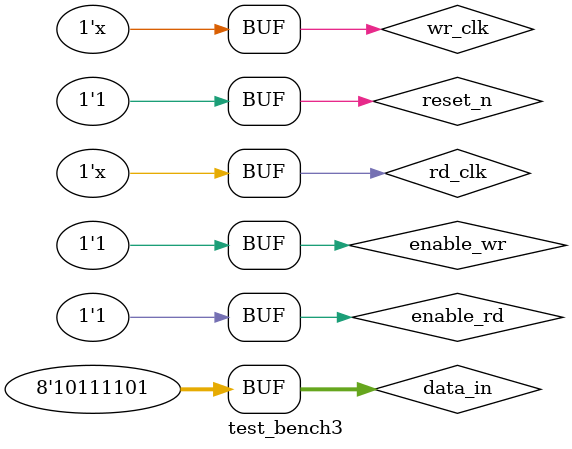
<source format=v>
`timescale 1ns / 1ps


module test_bench3;

	// Inputs
	reg wr_clk;
	reg rd_clk;
	reg [7:0] data_in;
	reg reset_n;
	reg enable_wr;
	reg enable_rd;

	// Outputs
	wire [7:0] data_out;
	wire f_empty;
	wire f_full;
	wire f_almost_full;
	wire f_almost_empty;

	// Instantiate the Unit Under Test (UUT)
	fifo_top_1 uut (
		.wr_clk(wr_clk), 
		.rd_clk(rd_clk), 
		.data_in(data_in), 
		.data_out(data_out), 
		.reset_n(reset_n), 
		.f_empty(f_empty), 
		.f_full(f_full), 
		.f_almost_full(f_almost_full), 
		.f_almost_empty(f_almost_empty), 
		.enable_wr(enable_wr), 
		.enable_rd(enable_rd)
	);
	always # 5 wr_clk = ~ wr_clk;
	always # 15.15 rd_clk = ~ rd_clk;
	

	initial begin
		// Initialize Inputs
		wr_clk = 0;
		rd_clk = 0;
		data_in = 8'b0000_1010;
		reset_n = 0;
		enable_wr = 0;
		enable_rd = 0;

		// Wait 100 ns for global reset to finish
		#20;
        
	   data_in = 8'b0000_1010;
		reset_n = 1;
		enable_wr = 0;
		enable_rd = 0;
		#20;
		
		
		data_in = 8'b0000_1010;
		reset_n = 1;
		enable_wr = 1;
		enable_rd = 0;
		#20;
		
		data_in = 8'b0001_0000;
		reset_n = 1;

		#20;
		
		data_in = 8'b0100_0001;
		reset_n = 1;

		#20;
		
		data_in = 8'b0001_0011;
		reset_n = 1;

		#20;
		
		data_in = 8'b1010_1010;
		reset_n = 1;

		#20;
		
		data_in = 8'b1010_1010;
		reset_n = 1;
		#20;
		
		data_in = 8'b1011_1011;
		reset_n = 1;
		#20;
		
		data_in = 8'b1111_1111;
		reset_n = 1;
		#20;
		
		data_in = 8'b0000_0111;  // full
		reset_n = 1;
		#20;
		

      data_in = 8'b0000_1000;
		reset_n = 1;
		enable_wr = 0;
		enable_rd = 1; 
		#180;
		
      data_in = 8'b0000_1000;
		reset_n = 1;
		enable_wr = 1;
		enable_rd = 1; 
		
		#20;
		
		data_in = 8'b1011_1011;
		reset_n = 1;
		#20;
		
		data_in = 8'b1011_1011;
		reset_n = 0;
		#20;
		
		reset_n = 1;
		
		// change data
		
		data_in = 8'b1011_1011;
		#20;
		
		data_in = 8'b1011_1111;
		#20;
		
		data_in = 8'b1011_1011;
		#20;
		
		data_in = 8'b1011_1111;
		#20;
		
		data_in = 8'b1011_1011;
		#20;
		
		data_in = 8'b1011_1111;
		#20;
		
		data_in = 8'b1011_1011;
		#20;
		
		data_in = 8'b1011_1111;
		#20;
		
		
		data_in = 8'b1011_1101; //empty set
		#20;
	end
      
endmodule


</source>
